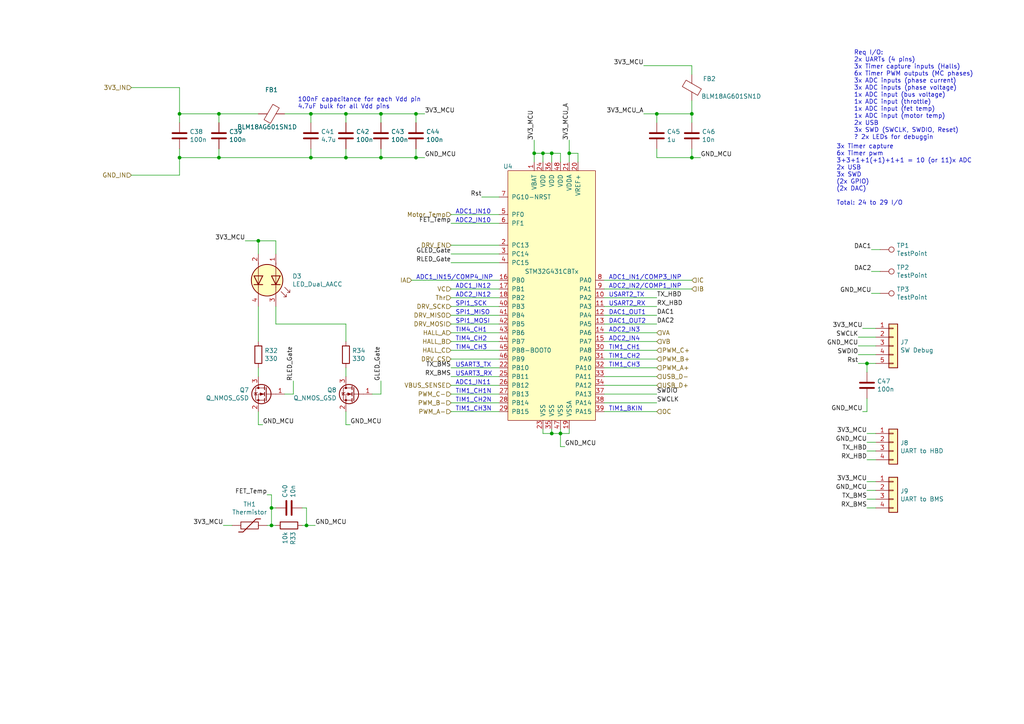
<source format=kicad_sch>
(kicad_sch (version 20230121) (generator eeschema)
  (paper "A4")
  (lib_symbols
    (symbol "Connector:TestPoint" (pin_numbers hide) (pin_names (offset 0.762) hide)
      (property "Reference" "TP" (at 0 6.858 0))
      (property "Value" "TestPoint" (at 0 5.08 0))
      (symbol "TestPoint_0_1"
        (circle (center 0 3.302) (radius 0.762))
      )
      (symbol "TestPoint_1_1"
        (pin passive line (at 0 0 90) (length 2.54) (name "1") (number "1"))
      )
    )
    (symbol "Connector_Generic:Conn_01x04" (pin_names (offset 1.016) hide)
      (property "Reference" "J" (at 0 5.08 0))
      (property "Value" "Conn_01x04" (at 0 -7.62 0))
      (symbol "Conn_01x04_1_1"
        (rectangle (start -1.27 -4.953) (end 0 -5.207) (stroke (width 0.1524)))
        (rectangle (start -1.27 -2.413) (end 0 -2.667) (stroke (width 0.1524)))
        (rectangle (start -1.27 0.127) (end 0 -0.127) (stroke (width 0.1524)))
        (rectangle (start -1.27 2.667) (end 0 2.413) (stroke (width 0.1524)))
        (rectangle (start -1.27 3.81) (end 1.27 -6.35) (stroke (width 0.254)) (fill (type background)))
        (pin passive line (at -5.08 2.54 0) (length 3.81) (name "Pin_1") (number "1"))
        (pin passive line (at -5.08 0 0) (length 3.81) (name "Pin_2") (number "2"))
        (pin passive line (at -5.08 -2.54 0) (length 3.81) (name "Pin_3") (number "3"))
        (pin passive line (at -5.08 -5.08 0) (length 3.81) (name "Pin_4") (number "4"))
      )
    )
    (symbol "Connector_Generic:Conn_01x05" (pin_names (offset 1.016) hide)
      (property "Reference" "J" (at 0 7.62 0))
      (property "Value" "Conn_01x05" (at 0 -7.62 0))
      (symbol "Conn_01x05_1_1"
        (rectangle (start -1.27 -4.953) (end 0 -5.207) (stroke (width 0.1524)))
        (rectangle (start -1.27 -2.413) (end 0 -2.667) (stroke (width 0.1524)))
        (rectangle (start -1.27 0.127) (end 0 -0.127) (stroke (width 0.1524)))
        (rectangle (start -1.27 2.667) (end 0 2.413) (stroke (width 0.1524)))
        (rectangle (start -1.27 5.207) (end 0 4.953) (stroke (width 0.1524)))
        (rectangle (start -1.27 6.35) (end 1.27 -6.35) (stroke (width 0.254)) (fill (type background)))
        (pin passive line (at -5.08 5.08 0) (length 3.81) (name "Pin_1") (number "1"))
        (pin passive line (at -5.08 2.54 0) (length 3.81) (name "Pin_2") (number "2"))
        (pin passive line (at -5.08 0 0) (length 3.81) (name "Pin_3") (number "3"))
        (pin passive line (at -5.08 -2.54 0) (length 3.81) (name "Pin_4") (number "4"))
        (pin passive line (at -5.08 -5.08 0) (length 3.81) (name "Pin_5") (number "5"))
      )
    )
    (symbol "Custom:STM32G431CBTx" (pin_names (offset 1.016))
      (property "Reference" "U" (at -12.7 30.48 0))
      (property "Value" "STM32G431CBTx" (at 17.78 30.48 0))
      (symbol "STM32G431CBTx_0_1"
        (rectangle (start -12.7 29.21) (end 12.7 -43.18) (fill (type background)))
      )
      (symbol "STM32G431CBTx_1_1"
        (pin power_in line (at -5.08 31.75 270) (length 2.54) (name "VBAT") (number "1"))
        (pin bidirectional line (at 15.24 -7.62 180) (length 2.54) (name "PA2") (number "10"))
        (pin bidirectional line (at 15.24 -10.16 180) (length 2.54) (name "PA3") (number "11"))
        (pin bidirectional line (at 15.24 -12.7 180) (length 2.54) (name "PA4") (number "12"))
        (pin bidirectional line (at 15.24 -15.24 180) (length 2.54) (name "PA5") (number "13"))
        (pin bidirectional line (at 15.24 -17.78 180) (length 2.54) (name "PA6") (number "14"))
        (pin bidirectional line (at 15.24 -20.32 180) (length 2.54) (name "PA7") (number "15"))
        (pin bidirectional line (at -15.24 -2.54 0) (length 2.54) (name "PB0") (number "16"))
        (pin bidirectional line (at -15.24 -5.08 0) (length 2.54) (name "PB1") (number "17"))
        (pin bidirectional line (at -15.24 -7.62 0) (length 2.54) (name "PB2") (number "18"))
        (pin power_in line (at 5.08 -45.72 90) (length 2.54) (name "VSSA") (number "19"))
        (pin bidirectional line (at -15.24 7.62 0) (length 2.54) (name "PC13") (number "2"))
        (pin bidirectional line (at 7.62 31.75 270) (length 2.54) (name "VREF+") (number "20"))
        (pin power_in line (at 5.08 31.75 270) (length 2.54) (name "VDDA") (number "21"))
        (pin bidirectional line (at -15.24 -27.94 0) (length 2.54) (name "PB10") (number "22"))
        (pin power_in line (at -2.54 -45.72 90) (length 2.54) (name "VSS") (number "23"))
        (pin power_in line (at -2.54 31.75 270) (length 2.54) (name "VDD") (number "24"))
        (pin bidirectional line (at -15.24 -30.48 0) (length 2.54) (name "PB11") (number "25"))
        (pin bidirectional line (at -15.24 -33.02 0) (length 2.54) (name "PB12") (number "26"))
        (pin bidirectional line (at -15.24 -35.56 0) (length 2.54) (name "PB13") (number "27"))
        (pin bidirectional line (at -15.24 -38.1 0) (length 2.54) (name "PB14") (number "28"))
        (pin bidirectional line (at -15.24 -40.64 0) (length 2.54) (name "PB15") (number "29"))
        (pin bidirectional line (at -15.24 5.08 0) (length 2.54) (name "PC14") (number "3"))
        (pin bidirectional line (at 15.24 -22.86 180) (length 2.54) (name "PA8") (number "30"))
        (pin bidirectional line (at 15.24 -25.4 180) (length 2.54) (name "PA9") (number "31"))
        (pin bidirectional line (at 15.24 -27.94 180) (length 2.54) (name "PA10") (number "32"))
        (pin bidirectional line (at 15.24 -30.48 180) (length 2.54) (name "PA11") (number "33"))
        (pin bidirectional line (at 15.24 -33.02 180) (length 2.54) (name "PA12") (number "34"))
        (pin power_in line (at 0 -45.72 90) (length 2.54) (name "VSS") (number "35"))
        (pin power_in line (at 0 31.75 270) (length 2.54) (name "VDD") (number "36"))
        (pin bidirectional line (at 15.24 -35.56 180) (length 2.54) (name "PA13") (number "37"))
        (pin bidirectional line (at 15.24 -38.1 180) (length 2.54) (name "PA14") (number "38"))
        (pin bidirectional line (at 15.24 -40.64 180) (length 2.54) (name "PA15") (number "39"))
        (pin bidirectional line (at -15.24 2.54 0) (length 2.54) (name "PC15") (number "4"))
        (pin bidirectional line (at -15.24 -10.16 0) (length 2.54) (name "PB3") (number "40"))
        (pin bidirectional line (at -15.24 -12.7 0) (length 2.54) (name "PB4") (number "41"))
        (pin bidirectional line (at -15.24 -15.24 0) (length 2.54) (name "PB5") (number "42"))
        (pin bidirectional line (at -15.24 -17.78 0) (length 2.54) (name "PB6") (number "43"))
        (pin bidirectional line (at -15.24 -20.32 0) (length 2.54) (name "PB7") (number "44"))
        (pin bidirectional line (at -15.24 -22.86 0) (length 2.54) (name "PB8-BOOT0") (number "45"))
        (pin bidirectional line (at -15.24 -25.4 0) (length 2.54) (name "PB9") (number "46"))
        (pin power_in line (at 2.54 -45.72 90) (length 2.54) (name "VSS") (number "47"))
        (pin power_in line (at 2.54 31.75 270) (length 2.54) (name "VDD") (number "48"))
        (pin bidirectional line (at -15.24 16.51 0) (length 2.54) (name "PF0") (number "5"))
        (pin bidirectional line (at -15.24 13.97 0) (length 2.54) (name "PF1") (number "6"))
        (pin bidirectional line (at -15.24 21.59 0) (length 2.54) (name "PG10-NRST") (number "7"))
        (pin bidirectional line (at 15.24 -2.54 180) (length 2.54) (name "PA0") (number "8"))
        (pin bidirectional line (at 15.24 -5.08 180) (length 2.54) (name "PA1") (number "9"))
      )
    )
    (symbol "Device:C" (pin_numbers hide) (pin_names (offset 0.254))
      (property "Reference" "C" (at 0.635 2.54 0))
      (property "Value" "C" (at 0.635 -2.54 0))
      (symbol "C_0_1"
        (polyline (pts (xy -2.032 -0.762) (xy 2.032 -0.762)) (stroke (width 0.508)))
        (polyline (pts (xy -2.032 0.762) (xy 2.032 0.762)) (stroke (width 0.508)))
      )
      (symbol "C_1_1"
        (pin passive line (at 0 3.81 270) (length 2.794) (name "~") (number "1"))
        (pin passive line (at 0 -3.81 90) (length 2.794) (name "~") (number "2"))
      )
    )
    (symbol "Device:FerriteBead" (pin_numbers hide) (pin_names (offset 0))
      (property "Reference" "FB" (at -3.81 0.635 90))
      (property "Value" "FerriteBead" (at 3.81 0 90))
      (symbol "FerriteBead_0_1"
        (polyline (pts (xy 0 -1.27) (xy 0 -1.2192)))
        (polyline (pts (xy 0 1.27) (xy 0 1.2954)))
        (polyline (pts (xy -2.7686 0.4064) (xy -1.7018 2.2606) (xy 2.7686 -0.3048) (xy 1.6764 -2.159) (xy -2.7686 0.4064)))
      )
      (symbol "FerriteBead_1_1"
        (pin passive line (at 0 3.81 270) (length 2.54) (name "~") (number "1"))
        (pin passive line (at 0 -3.81 90) (length 2.54) (name "~") (number "2"))
      )
    )
    (symbol "Device:LED_Dual_AAKK" (pin_names (offset 0) hide)
      (property "Reference" "D" (at 0 5.715 0))
      (property "Value" "LED_Dual_AAKK" (at 0 -6.35 0))
      (symbol "LED_Dual_AAKK_0_1"
        (polyline (pts (xy -5.08 -2.54) (xy 2.032 -2.54)))
        (polyline (pts (xy -5.08 2.54) (xy 2.032 2.54)))
        (polyline (pts (xy 1.27 -1.27) (xy 1.27 -3.81)) (stroke (width 0.254)))
        (polyline (pts (xy 1.27 3.81) (xy 1.27 1.27)) (stroke (width 0.254)))
        (polyline (pts (xy 3.81 -2.54) (xy 1.905 -2.54)))
        (polyline (pts (xy 3.81 2.54) (xy 1.905 2.54)))
        (polyline (pts (xy -1.27 -1.27) (xy -1.27 -3.81) (xy 1.27 -2.54) (xy -1.27 -1.27)) (stroke (width 0.254)))
        (polyline (pts (xy -1.27 3.81) (xy -1.27 1.27) (xy 1.27 2.54) (xy -1.27 3.81)) (stroke (width 0.254)))
        (polyline (pts (xy 2.032 5.08) (xy 3.556 6.604) (xy 2.794 6.604) (xy 3.556 6.604) (xy 3.556 5.842)))
        (polyline (pts (xy 3.302 4.064) (xy 4.826 5.588) (xy 4.064 5.588) (xy 4.826 5.588) (xy 4.826 4.826)))
        (circle (center 0 0) (radius 4.572) (stroke (width 0.254)) (fill (type background)))
      )
      (symbol "LED_Dual_AAKK_1_1"
        (pin input line (at -7.62 2.54 0) (length 3.048) (name "A1") (number "1"))
        (pin input line (at -7.62 -2.54 0) (length 3.048) (name "A2") (number "2"))
        (pin input line (at 7.62 2.54 180) (length 3.81) (name "K1") (number "3"))
        (pin input line (at 7.62 -2.54 180) (length 3.81) (name "K2") (number "4"))
      )
    )
    (symbol "Device:Q_NMOS_GSD" (pin_names (offset 0) hide)
      (property "Reference" "Q" (at 5.08 1.27 0))
      (property "Value" "Q_NMOS_GSD" (at 5.08 -1.27 0))
      (symbol "Q_NMOS_GSD_0_1"
        (polyline (pts (xy 0.254 0) (xy -2.54 0)))
        (polyline (pts (xy 0.254 1.905) (xy 0.254 -1.905)) (stroke (width 0.254)))
        (polyline (pts (xy 0.762 -1.27) (xy 0.762 -2.286)) (stroke (width 0.254)))
        (polyline (pts (xy 0.762 0.508) (xy 0.762 -0.508)) (stroke (width 0.254)))
        (polyline (pts (xy 0.762 2.286) (xy 0.762 1.27)) (stroke (width 0.254)))
        (polyline (pts (xy 2.54 2.54) (xy 2.54 1.778)))
        (polyline (pts (xy 2.54 -2.54) (xy 2.54 0) (xy 0.762 0)))
        (polyline (pts (xy 0.762 -1.778) (xy 3.302 -1.778) (xy 3.302 1.778) (xy 0.762 1.778)))
        (polyline (pts (xy 1.016 0) (xy 2.032 0.381) (xy 2.032 -0.381) (xy 1.016 0)) (fill (type outline)))
        (polyline (pts (xy 2.794 0.508) (xy 2.921 0.381) (xy 3.683 0.381) (xy 3.81 0.254)))
        (polyline (pts (xy 3.302 0.381) (xy 2.921 -0.254) (xy 3.683 -0.254) (xy 3.302 0.381)))
        (circle (center 1.651 0) (radius 2.794) (stroke (width 0.254)))
        (circle (center 2.54 -1.778) (radius 0.254) (fill (type outline)))
        (circle (center 2.54 1.778) (radius 0.254) (fill (type outline)))
      )
      (symbol "Q_NMOS_GSD_1_1"
        (pin input line (at -5.08 0 0) (length 2.54) (name "G") (number "1"))
        (pin passive line (at 2.54 -5.08 90) (length 2.54) (name "S") (number "2"))
        (pin passive line (at 2.54 5.08 270) (length 2.54) (name "D") (number "3"))
      )
    )
    (symbol "Device:R" (pin_numbers hide) (pin_names (offset 0))
      (property "Reference" "R" (at 2.032 0 90))
      (property "Value" "R" (at 0 0 90))
      (symbol "R_0_1"
        (rectangle (start -1.016 -2.54) (end 1.016 2.54) (stroke (width 0.254)))
      )
      (symbol "R_1_1"
        (pin passive line (at 0 3.81 270) (length 1.27) (name "~") (number "1"))
        (pin passive line (at 0 -3.81 90) (length 1.27) (name "~") (number "2"))
      )
    )
    (symbol "Device:Thermistor" (pin_numbers hide) (pin_names (offset 0))
      (property "Reference" "TH" (at 2.54 1.27 90))
      (property "Value" "Thermistor" (at -2.54 0 90))
      (symbol "Thermistor_0_1"
        (rectangle (start -1.016 2.54) (end 1.016 -2.54) (stroke (width 0.2032)))
        (polyline (pts (xy -1.905 3.175) (xy -1.905 1.905) (xy 1.905 -1.905) (xy 1.905 -3.175) (xy 1.905 -3.175)) (stroke (width 0.254)))
      )
      (symbol "Thermistor_1_1"
        (pin passive line (at 0 5.08 270) (length 2.54) (name "~") (number "1"))
        (pin passive line (at 0 -5.08 90) (length 2.54) (name "~") (number "2"))
      )
    )
  )
  (junction (at 74.93 69.85))
  (junction (at 160.02 44.45))
  (junction (at 100.33 33.02))
  (junction (at 165.1 44.45))
  (junction (at 63.5 33.02))
  (junction (at 63.5 45.72))
  (junction (at 120.65 45.72))
  (junction (at 200.66 45.72))
  (junction (at 120.65 33.02))
  (junction (at 100.33 45.72))
  (junction (at 110.49 33.02))
  (junction (at 200.66 33.02))
  (junction (at 78.74 147.32))
  (junction (at 162.56 125.73))
  (junction (at 78.74 152.4))
  (junction (at 160.02 125.73))
  (junction (at 88.9 152.4))
  (junction (at 157.48 44.45))
  (junction (at 154.94 44.45))
  (junction (at 90.17 33.02))
  (junction (at 110.49 45.72))
  (junction (at 52.07 45.72))
  (junction (at 52.07 33.02))
  (junction (at 90.17 45.72))
  (junction (at 251.46 105.41))
  (junction (at 190.5 33.02))
  (wire (pts (xy 120.65 45.72) (xy 120.65 43.18)))
  (wire (pts (xy 130.81 76.2) (xy 144.78 76.2)))
  (wire (pts (xy 88.9 147.32) (xy 88.9 152.4)))
  (wire (pts (xy 251.46 105.41) (xy 254 105.41)))
  (wire (pts (xy 90.17 33.02) (xy 100.33 33.02)))
  (wire (pts (xy 190.5 109.22) (xy 175.26 109.22)))
  (wire (pts (xy 130.81 119.38) (xy 144.78 119.38)))
  (wire (pts (xy 130.81 101.6) (xy 144.78 101.6)))
  (wire (pts (xy 52.07 43.18) (xy 52.07 45.72)))
  (wire (pts (xy 130.81 104.14) (xy 144.78 104.14)))
  (wire (pts (xy 100.33 45.72) (xy 110.49 45.72)))
  (wire (pts (xy 74.93 106.68) (xy 74.93 109.22)))
  (wire (pts (xy 88.9 152.4) (xy 87.63 152.4)))
  (wire (pts (xy 248.92 97.79) (xy 254 97.79)))
  (wire (pts (xy 78.74 152.4) (xy 80.01 152.4)))
  (wire (pts (xy 130.81 106.68) (xy 144.78 106.68)))
  (wire (pts (xy 251.46 128.27) (xy 254 128.27)))
  (wire (pts (xy 80.01 73.66) (xy 80.01 69.85)))
  (wire (pts (xy 200.66 45.72) (xy 200.66 43.18)))
  (wire (pts (xy 162.56 125.73) (xy 162.56 124.46)))
  (wire (pts (xy 123.19 33.02) (xy 120.65 33.02)))
  (wire (pts (xy 71.12 69.85) (xy 74.93 69.85)))
  (wire (pts (xy 90.17 35.56) (xy 90.17 33.02)))
  (wire (pts (xy 175.26 99.06) (xy 190.5 99.06)))
  (wire (pts (xy 200.66 81.28) (xy 175.26 81.28)))
  (wire (pts (xy 163.83 129.54) (xy 162.56 129.54)))
  (wire (pts (xy 251.46 139.7) (xy 254 139.7)))
  (wire (pts (xy 78.74 143.51) (xy 78.74 147.32)))
  (wire (pts (xy 157.48 44.45) (xy 160.02 44.45)))
  (wire (pts (xy 250.19 119.38) (xy 251.46 119.38)))
  (wire (pts (xy 87.63 147.32) (xy 88.9 147.32)))
  (wire (pts (xy 175.26 86.36) (xy 190.5 86.36)))
  (wire (pts (xy 186.69 19.05) (xy 200.66 19.05)))
  (wire (pts (xy 76.2 123.19) (xy 74.93 123.19)))
  (wire (pts (xy 165.1 44.45) (xy 167.64 44.45)))
  (wire (pts (xy 52.07 45.72) (xy 63.5 45.72)))
  (wire (pts (xy 251.46 125.73) (xy 254 125.73)))
  (wire (pts (xy 130.81 99.06) (xy 144.78 99.06)))
  (wire (pts (xy 130.81 111.76) (xy 144.78 111.76)))
  (wire (pts (xy 80.01 147.32) (xy 78.74 147.32)))
  (wire (pts (xy 165.1 125.73) (xy 165.1 124.46)))
  (wire (pts (xy 252.73 72.39) (xy 255.27 72.39)))
  (wire (pts (xy 82.55 33.02) (xy 90.17 33.02)))
  (wire (pts (xy 175.26 114.3) (xy 190.5 114.3)))
  (wire (pts (xy 154.94 44.45) (xy 154.94 46.99)))
  (wire (pts (xy 251.46 115.57) (xy 251.46 119.38)))
  (wire (pts (xy 110.49 35.56) (xy 110.49 33.02)))
  (wire (pts (xy 251.46 144.78) (xy 254 144.78)))
  (wire (pts (xy 162.56 44.45) (xy 162.56 46.99)))
  (wire (pts (xy 162.56 125.73) (xy 162.56 129.54)))
  (wire (pts (xy 63.5 45.72) (xy 63.5 43.18)))
  (wire (pts (xy 251.46 142.24) (xy 254 142.24)))
  (wire (pts (xy 110.49 33.02) (xy 120.65 33.02)))
  (wire (pts (xy 251.46 147.32) (xy 254 147.32)))
  (wire (pts (xy 119.38 81.28) (xy 144.78 81.28)))
  (wire (pts (xy 130.81 114.3) (xy 144.78 114.3)))
  (wire (pts (xy 130.81 64.77) (xy 144.78 64.77)))
  (wire (pts (xy 100.33 33.02) (xy 110.49 33.02)))
  (wire (pts (xy 186.69 33.02) (xy 190.5 33.02)))
  (wire (pts (xy 110.49 45.72) (xy 120.65 45.72)))
  (wire (pts (xy 160.02 125.73) (xy 160.02 124.46)))
  (wire (pts (xy 144.78 116.84) (xy 130.81 116.84)))
  (wire (pts (xy 251.46 133.35) (xy 254 133.35)))
  (wire (pts (xy 80.01 88.9) (xy 80.01 93.98)))
  (wire (pts (xy 175.26 101.6) (xy 190.5 101.6)))
  (wire (pts (xy 154.94 44.45) (xy 157.48 44.45)))
  (wire (pts (xy 190.5 119.38) (xy 175.26 119.38)))
  (wire (pts (xy 252.73 78.74) (xy 255.27 78.74)))
  (wire (pts (xy 77.47 152.4) (xy 78.74 152.4)))
  (wire (pts (xy 80.01 69.85) (xy 74.93 69.85)))
  (wire (pts (xy 190.5 96.52) (xy 175.26 96.52)))
  (wire (pts (xy 248.92 100.33) (xy 254 100.33)))
  (wire (pts (xy 120.65 35.56) (xy 120.65 33.02)))
  (wire (pts (xy 74.93 69.85) (xy 74.93 73.66)))
  (wire (pts (xy 160.02 125.73) (xy 157.48 125.73)))
  (wire (pts (xy 107.95 114.3) (xy 110.49 114.3)))
  (wire (pts (xy 77.47 143.51) (xy 78.74 143.51)))
  (wire (pts (xy 74.93 88.9) (xy 74.93 99.06)))
  (wire (pts (xy 100.33 45.72) (xy 100.33 43.18)))
  (wire (pts (xy 80.01 93.98) (xy 100.33 93.98)))
  (wire (pts (xy 200.66 19.05) (xy 200.66 21.59)))
  (wire (pts (xy 100.33 119.38) (xy 100.33 123.19)))
  (wire (pts (xy 200.66 45.72) (xy 190.5 45.72)))
  (wire (pts (xy 63.5 45.72) (xy 90.17 45.72)))
  (wire (pts (xy 82.55 114.3) (xy 85.09 114.3)))
  (wire (pts (xy 101.6 123.19) (xy 100.33 123.19)))
  (wire (pts (xy 190.5 104.14) (xy 175.26 104.14)))
  (wire (pts (xy 190.5 106.68) (xy 175.26 106.68)))
  (wire (pts (xy 144.78 57.15) (xy 139.7 57.15)))
  (wire (pts (xy 162.56 125.73) (xy 160.02 125.73)))
  (wire (pts (xy 200.66 29.21) (xy 200.66 33.02)))
  (wire (pts (xy 203.2 45.72) (xy 200.66 45.72)))
  (wire (pts (xy 190.5 93.98) (xy 175.26 93.98)))
  (wire (pts (xy 110.49 45.72) (xy 110.49 43.18)))
  (wire (pts (xy 162.56 125.73) (xy 165.1 125.73)))
  (wire (pts (xy 85.09 114.3) (xy 85.09 110.49)))
  (wire (pts (xy 190.5 45.72) (xy 190.5 43.18)))
  (wire (pts (xy 130.81 73.66) (xy 144.78 73.66)))
  (wire (pts (xy 251.46 130.81) (xy 254 130.81)))
  (wire (pts (xy 190.5 33.02) (xy 190.5 35.56)))
  (wire (pts (xy 190.5 116.84) (xy 175.26 116.84)))
  (wire (pts (xy 74.93 119.38) (xy 74.93 123.19)))
  (wire (pts (xy 190.5 33.02) (xy 200.66 33.02)))
  (wire (pts (xy 110.49 114.3) (xy 110.49 110.49)))
  (wire (pts (xy 100.33 35.56) (xy 100.33 33.02)))
  (wire (pts (xy 52.07 33.02) (xy 52.07 35.56)))
  (wire (pts (xy 190.5 88.9) (xy 175.26 88.9)))
  (wire (pts (xy 91.44 152.4) (xy 88.9 152.4)))
  (wire (pts (xy 52.07 33.02) (xy 63.5 33.02)))
  (wire (pts (xy 130.81 86.36) (xy 144.78 86.36)))
  (wire (pts (xy 63.5 35.56) (xy 63.5 33.02)))
  (wire (pts (xy 165.1 40.64) (xy 165.1 44.45)))
  (wire (pts (xy 38.1 50.8) (xy 52.07 50.8)))
  (wire (pts (xy 63.5 33.02) (xy 74.93 33.02)))
  (wire (pts (xy 248.92 105.41) (xy 251.46 105.41)))
  (wire (pts (xy 144.78 83.82) (xy 130.81 83.82)))
  (wire (pts (xy 167.64 44.45) (xy 167.64 46.99)))
  (wire (pts (xy 200.66 83.82) (xy 175.26 83.82)))
  (wire (pts (xy 90.17 45.72) (xy 100.33 45.72)))
  (wire (pts (xy 67.31 152.4) (xy 64.77 152.4)))
  (wire (pts (xy 165.1 44.45) (xy 165.1 46.99)))
  (wire (pts (xy 160.02 44.45) (xy 162.56 44.45)))
  (wire (pts (xy 123.19 45.72) (xy 120.65 45.72)))
  (wire (pts (xy 90.17 43.18) (xy 90.17 45.72)))
  (wire (pts (xy 250.19 95.25) (xy 254 95.25)))
  (wire (pts (xy 130.81 93.98) (xy 144.78 93.98)))
  (wire (pts (xy 100.33 93.98) (xy 100.33 99.06)))
  (wire (pts (xy 130.81 96.52) (xy 144.78 96.52)))
  (wire (pts (xy 175.26 91.44) (xy 190.5 91.44)))
  (wire (pts (xy 248.92 102.87) (xy 254 102.87)))
  (wire (pts (xy 130.81 109.22) (xy 144.78 109.22)))
  (wire (pts (xy 38.1 25.4) (xy 52.07 25.4)))
  (wire (pts (xy 144.78 62.23) (xy 130.81 62.23)))
  (wire (pts (xy 78.74 147.32) (xy 78.74 152.4)))
  (wire (pts (xy 52.07 25.4) (xy 52.07 33.02)))
  (wire (pts (xy 100.33 106.68) (xy 100.33 109.22)))
  (wire (pts (xy 157.48 125.73) (xy 157.48 124.46)))
  (wire (pts (xy 251.46 105.41) (xy 251.46 107.95)))
  (wire (pts (xy 200.66 33.02) (xy 200.66 35.56)))
  (wire (pts (xy 130.81 91.44) (xy 144.78 91.44)))
  (wire (pts (xy 130.81 88.9) (xy 144.78 88.9)))
  (wire (pts (xy 175.26 111.76) (xy 190.5 111.76)))
  (wire (pts (xy 154.94 40.64) (xy 154.94 44.45)))
  (wire (pts (xy 160.02 44.45) (xy 160.02 46.99)))
  (wire (pts (xy 52.07 50.8) (xy 52.07 45.72)))
  (wire (pts (xy 252.73 85.09) (xy 255.27 85.09)))
  (wire (pts (xy 157.48 44.45) (xy 157.48 46.99)))
  (wire (pts (xy 130.81 71.12) (xy 144.78 71.12)))
  (text "ADC1_IN11" (at 132.08 111.76 0) (effects (font (size 1.27 1.27)) (justify left bottom)))
  (text "TIM1_CH3N" (at 132.08 119.38 0) (effects (font (size 1.27 1.27)) (justify left bottom)))
  (text "Req I/O:\n2x UARTs (4 pins)\n3x Timer capture inputs (Halls)\n6x Timer PWM outputs (MC phases)\n3x ADC inputs (phase current)\n3x ADC inputs (phase voltage)\n1x ADC input (bus voltage)\n1x ADC input (throttle)\n1x ADC input (fet temp)\n1x ADC input (motor temp)\n2x USB\n3x SWD (SWCLK, SWDIO, Reset)\n? 2x LEDs for debuggin" (at 247.65 40.64 0) (effects (font (size 1.27 1.27)) (justify left bottom)))
  (text "DAC1_OUT2" (at 176.53 93.98 0) (effects (font (size 1.27 1.27)) (justify left bottom)))
  (text "TIM4_CH2" (at 132.08 99.06 0) (effects (font (size 1.27 1.27)) (justify left bottom)))
  (text "USART3_RX" (at 132.08 109.22 0) (effects (font (size 1.27 1.27)) (justify left bottom)))
  (text "SPI1_MOSI" (at 132.08 93.98 0) (effects (font (size 1.27 1.27)) (justify left bottom)))
  (text "ADC1_IN10" (at 132.08 62.23 0) (effects (font (size 1.27 1.27)) (justify left bottom)))
  (text "DAC1_OUT1" (at 176.53 91.44 0) (effects (font (size 1.27 1.27)) (justify left bottom)))
  (text "ADC2_IN3" (at 176.53 96.52 0) (effects (font (size 1.27 1.27)) (justify left bottom)))
  (text "ADC2_IN4" (at 176.53 99.06 0) (effects (font (size 1.27 1.27)) (justify left bottom)))
  (text "TIM1_CH2" (at 176.53 104.14 0) (effects (font (size 1.27 1.27)) (justify left bottom)))
  (text "SPI1_SCK" (at 132.08 88.9 0) (effects (font (size 1.27 1.27)) (justify left bottom)))
  (text "TIM1_CH2N" (at 132.08 116.84 0) (effects (font (size 1.27 1.27)) (justify left bottom)))
  (text "ADC2_IN12" (at 132.08 86.36 0) (effects (font (size 1.27 1.27)) (justify left bottom)))
  (text "ADC1_IN1/COMP3_INP" (at 176.53 81.28 0) (effects (font (size 1.27 1.27)) (justify left bottom)))
  (text "TIM4_CH3" (at 132.08 101.6 0) (effects (font (size 1.27 1.27)) (justify left bottom)))
  (text "100nF capacitance for each Vdd pin\n4.7uF bulk for all Vdd pins" (at 86.36 31.75 0) (effects (font (size 1.27 1.27)) (justify left bottom)))
  (text "USART2_TX" (at 176.53 86.36 0) (effects (font (size 1.27 1.27)) (justify left bottom)))
  (text "ADC1_IN15/COMP4_INP" (at 120.65 81.28 0) (effects (font (size 1.27 1.27)) (justify left bottom)))
  (text "TIM4_CH1" (at 132.08 96.52 0) (effects (font (size 1.27 1.27)) (justify left bottom)))
  (text "TIM1_CH3" (at 176.53 106.68 0) (effects (font (size 1.27 1.27)) (justify left bottom)))
  (text "USART3_TX" (at 132.08 106.68 0) (effects (font (size 1.27 1.27)) (justify left bottom)))
  (text "ADC1_IN12" (at 132.08 83.82 0) (effects (font (size 1.27 1.27)) (justify left bottom)))
  (text "TIM1_CH1N" (at 132.08 114.3 0) (effects (font (size 1.27 1.27)) (justify left bottom)))
  (text "3x Timer capture\n6x Timer pwm\n3+3+1+1(+1)+1+1 = 10 (or 11)x ADC\n2x USB\n3x SWD\n(2x GPIO)\n(2x DAC)\n\nTotal: 24 to 29 I/O" (at 242.57 59.69 0) (effects (font (size 1.27 1.27)) (justify left bottom)))
  (text "ADC2_IN2/COMP1_INP" (at 176.53 83.82 0) (effects (font (size 1.27 1.27)) (justify left bottom)))
  (text "TIM1_CH1" (at 176.53 101.6 0) (effects (font (size 1.27 1.27)) (justify left bottom)))
  (text "USART2_RX" (at 176.53 88.9 0) (effects (font (size 1.27 1.27)) (justify left bottom)))
  (text "SPI1_MISO" (at 132.08 91.44 0) (effects (font (size 1.27 1.27)) (justify left bottom)))
  (text "TIM1_BKIN" (at 176.53 119.38 0) (effects (font (size 1.27 1.27)) (justify left bottom)))
  (text "ADC2_IN10" (at 132.08 64.77 0) (effects (font (size 1.27 1.27)) (justify left bottom)))
  (label "RX_HBD" (at 190.5 88.9 0))
  (label "GND_MCU" (at 252.73 85.09 180))
  (label "3V3_MCU" (at 154.94 40.64 90))
  (label "GND_MCU" (at 250.19 119.38 180))
  (label "Rst" (at 248.92 105.41 180))
  (label "SWCLK" (at 190.5 116.84 0))
  (label "TX_BMS" (at 130.81 106.68 180))
  (label "DAC2" (at 252.73 78.74 180))
  (label "RLED_Gate" (at 130.81 76.2 180))
  (label "FET_Temp" (at 77.47 143.51 180))
  (label "3V3_MCU" (at 123.19 33.02 0))
  (label "GND_MCU" (at 91.44 152.4 0))
  (label "3V3_MCU" (at 71.12 69.85 180))
  (label "3V3_MCU" (at 251.46 125.73 180))
  (label "DAC2" (at 190.5 93.98 0))
  (label "GND_MCU" (at 163.83 129.54 0))
  (label "SWDIO" (at 248.92 102.87 180))
  (label "RX_HBD" (at 251.46 133.35 180))
  (label "RX_BMS" (at 251.46 147.32 180))
  (label "TX_BMS" (at 251.46 144.78 180))
  (label "3V3_MCU" (at 64.77 152.4 180))
  (label "GND_MCU" (at 123.19 45.72 0))
  (label "DAC1" (at 190.5 91.44 0))
  (label "TX_HBD" (at 190.5 86.36 0))
  (label "GND_MCU" (at 248.92 100.33 180))
  (label "FET_Temp" (at 130.81 64.77 180))
  (label "GLED_Gate" (at 130.81 73.66 180))
  (label "GND_MCU" (at 203.2 45.72 0))
  (label "RLED_Gate" (at 85.09 110.49 90))
  (label "TX_HBD" (at 251.46 130.81 180))
  (label "3V3_MCU" (at 186.69 19.05 180))
  (label "GND_MCU" (at 76.2 123.19 0))
  (label "GND_MCU" (at 251.46 128.27 180))
  (label "GLED_Gate" (at 110.49 110.49 90))
  (label "GND_MCU" (at 101.6 123.19 0))
  (label "3V3_MCU" (at 251.46 139.7 180))
  (label "3V3_MCU_A" (at 186.69 33.02 180))
  (label "Rst" (at 139.7 57.15 180))
  (label "DAC1" (at 252.73 72.39 180))
  (label "GND_MCU" (at 251.46 142.24 180))
  (label "RX_BMS" (at 130.81 109.22 180))
  (label "3V3_MCU_A" (at 165.1 40.64 90))
  (label "SWCLK" (at 248.92 97.79 180))
  (label "SWDIO" (at 190.5 114.3 0))
  (label "3V3_MCU" (at 250.19 95.25 180))
  (hierarchical_label "PWM_B-" (shape input) (at 130.81 116.84 180))
  (hierarchical_label "HALL_B" (shape input) (at 130.81 99.06 180))
  (hierarchical_label "IB" (shape input) (at 200.66 83.82 0))
  (hierarchical_label "HALL_C" (shape input) (at 130.81 101.6 180))
  (hierarchical_label "VC" (shape input) (at 130.81 83.82 180))
  (hierarchical_label "VA" (shape input) (at 190.5 96.52 0))
  (hierarchical_label "DRV_MOSI" (shape input) (at 130.81 93.98 180))
  (hierarchical_label "VB" (shape input) (at 190.5 99.06 0))
  (hierarchical_label "OC" (shape input) (at 190.5 119.38 0))
  (hierarchical_label "PWM_C-" (shape input) (at 130.81 114.3 180))
  (hierarchical_label "USB_D-" (shape input) (at 190.5 109.22 0))
  (hierarchical_label "VBUS_SENSE" (shape input) (at 130.81 111.76 180))
  (hierarchical_label "PWM_A+" (shape input) (at 190.5 106.68 0))
  (hierarchical_label "DRV_MISO" (shape input) (at 130.81 91.44 180))
  (hierarchical_label "Thr" (shape input) (at 130.81 86.36 180))
  (hierarchical_label "DRV_EN" (shape input) (at 130.81 71.12 180))
  (hierarchical_label "Motor_Temp" (shape input) (at 130.81 62.23 180))
  (hierarchical_label "GND_IN" (shape input) (at 38.1 50.8 180))
  (hierarchical_label "IC" (shape input) (at 200.66 81.28 0))
  (hierarchical_label "USB_D+" (shape input) (at 190.5 111.76 0))
  (hierarchical_label "PWM_B+" (shape input) (at 190.5 104.14 0))
  (hierarchical_label "IA" (shape input) (at 119.38 81.28 180))
  (hierarchical_label "PWM_A-" (shape input) (at 130.81 119.38 180))
  (hierarchical_label "DRV_CS" (shape input) (at 130.81 104.14 180))
  (hierarchical_label "HALL_A" (shape input) (at 130.81 96.52 180))
  (hierarchical_label "DRV_SCK" (shape input) (at 130.81 88.9 180))
  (hierarchical_label "3V3_IN" (shape input) (at 38.1 25.4 180))
  (hierarchical_label "PWM_C+" (shape input) (at 190.5 101.6 0))
  (symbol (lib_id "Device:FerriteBead") (at 78.74 33.02 270) (unit 1)
    (property "Reference" "FB1" (at 78.74 26.0604 90))
    (property "Value" "BLM18AG601SN1D" (at 77.47 36.83 90))
    (property "Footprint" "Resistor_SMD:R_0603_1608Metric" (effects hide))
  )
  (symbol (lib_id "Device:C") (at 52.07 39.37 0) (unit 1)
    (property "Reference" "C38" (at 54.991 38.2016 0) (effects (justify left)))
    (property "Value" "100n" (at 54.991 40.513 0) (effects (justify left)))
    (property "Footprint" "Capacitor_SMD:C_0603_1608Metric" (effects hide))
  )
  (symbol (lib_id "Device:C") (at 63.5 39.37 0) (unit 1)
    (property "Reference" "C39" (at 66.421 38.2016 0) (effects (justify left)))
    (property "Value" "100n" (at 66.421 40.513 0) (effects (justify left)))
    (property "Footprint" "Capacitor_SMD:C_0603_1608Metric" (effects hide))
  )
  (symbol (lib_id "Device:C") (at 100.33 39.37 0) (unit 1)
    (property "Reference" "C42" (at 103.251 38.2016 0) (effects (justify left)))
    (property "Value" "100n" (at 103.251 40.513 0) (effects (justify left)))
    (property "Footprint" "Capacitor_SMD:C_0603_1608Metric" (effects hide))
  )
  (symbol (lib_id "Device:C") (at 110.49 39.37 0) (unit 1)
    (property "Reference" "C43" (at 113.411 38.2016 0) (effects (justify left)))
    (property "Value" "100n" (at 113.411 40.513 0) (effects (justify left)))
    (property "Footprint" "Capacitor_SMD:C_0603_1608Metric" (effects hide))
  )
  (symbol (lib_id "Device:C") (at 120.65 39.37 0) (unit 1)
    (property "Reference" "C44" (at 123.571 38.2016 0) (effects (justify left)))
    (property "Value" "100n" (at 123.571 40.513 0) (effects (justify left)))
    (property "Footprint" "Capacitor_SMD:C_0603_1608Metric" (effects hide))
  )
  (symbol (lib_id "Device:C") (at 90.17 39.37 0) (unit 1)
    (property "Reference" "C41" (at 93.091 38.2016 0) (effects (justify left)))
    (property "Value" "4.7u" (at 93.091 40.513 0) (effects (justify left)))
    (property "Footprint" "Capacitor_SMD:C_0603_1608Metric" (effects hide))
  )
  (symbol (lib_id "Custom:STM32G431CBTx") (at 160.02 78.74 0) (unit 1)
    (property "Reference" "U4" (at 147.32 48.26 0))
    (property "Value" "STM32G431CBTx" (at 160.02 78.74 0))
    (property "Footprint" "Package_QFP:LQFP-48_7x7mm_P0.5mm" (effects hide))
  )
  (symbol (lib_id "Device:C") (at 190.5 39.37 0) (unit 1)
    (property "Reference" "C45" (at 193.421 38.2016 0) (effects (justify left)))
    (property "Value" "1u" (at 193.421 40.513 0) (effects (justify left)))
    (property "Footprint" "Capacitor_SMD:C_0603_1608Metric" (effects hide))
  )
  (symbol (lib_id "Device:C") (at 200.66 39.37 0) (unit 1)
    (property "Reference" "C46" (at 203.581 38.2016 0) (effects (justify left)))
    (property "Value" "10n" (at 203.581 40.513 0) (effects (justify left)))
    (property "Footprint" "Capacitor_SMD:C_0603_1608Metric" (effects hide))
  )
  (symbol (lib_id "Connector:TestPoint") (at 255.27 72.39 270) (unit 1)
    (property "Reference" "TP1" (at 260.0452 71.2216 90) (effects (justify left)))
    (property "Value" "TestPoint" (at 260.0452 73.533 90) (effects (justify left)))
    (property "Footprint" "Connector_PinHeader_1.00mm:PinHeader_1x01_P1.00mm_Vertical" (effects hide))
  )
  (symbol (lib_id "Connector:TestPoint") (at 255.27 78.74 270) (unit 1)
    (property "Reference" "TP2" (at 260.0452 77.5716 90) (effects (justify left)))
    (property "Value" "TestPoint" (at 260.0452 79.883 90) (effects (justify left)))
    (property "Footprint" "Connector_PinHeader_1.00mm:PinHeader_1x01_P1.00mm_Vertical" (effects hide))
  )
  (symbol (lib_id "Connector_Generic:Conn_01x05") (at 259.08 100.33 0) (unit 1)
    (property "Reference" "J7" (at 261.112 99.2632 0) (effects (justify left)))
    (property "Value" "SW Debug" (at 261.112 101.5746 0) (effects (justify left)))
    (property "Footprint" "Connector_JST:JST_SH_SM05B-SRSS-TB_1x05-1MP_P1.00mm_Horizontal" (effects hide))
  )
  (symbol (lib_id "Device:C") (at 251.46 111.76 0) (unit 1)
    (property "Reference" "C47" (at 254.381 110.5916 0) (effects (justify left)))
    (property "Value" "100n" (at 254.381 112.903 0) (effects (justify left)))
    (property "Footprint" "Capacitor_SMD:C_0603_1608Metric" (effects hide))
  )
  (symbol (lib_id "Connector_Generic:Conn_01x04") (at 259.08 128.27 0) (unit 1)
    (property "Reference" "J8" (at 261.112 128.4732 0) (effects (justify left)))
    (property "Value" "UART to HBD" (at 261.112 130.7846 0) (effects (justify left)))
    (property "Footprint" "Connector_JST:JST_XH_B4B-XH-A_1x04_P2.50mm_Vertical" (effects hide))
  )
  (symbol (lib_id "Connector_Generic:Conn_01x04") (at 259.08 142.24 0) (unit 1)
    (property "Reference" "J9" (at 261.112 142.4432 0) (effects (justify left)))
    (property "Value" "UART to BMS" (at 261.112 144.7546 0) (effects (justify left)))
    (property "Footprint" "Connector_JST:JST_XH_B4B-XH-A_1x04_P2.50mm_Vertical" (effects hide))
  )
  (symbol (lib_id "Device:FerriteBead") (at 200.66 25.4 180) (unit 1)
    (property "Reference" "FB2" (at 205.74 22.86 0))
    (property "Value" "BLM18AG601SN1D" (at 212.09 27.94 0))
    (property "Footprint" "Resistor_SMD:R_0603_1608Metric" (effects hide))
  )
  (symbol (lib_id "Device:LED_Dual_AAKK") (at 77.47 81.28 270) (unit 1)
    (property "Reference" "D3" (at 84.7852 80.1116 90) (effects (justify left)))
    (property "Value" "LED_Dual_AACC" (at 84.7852 82.423 90) (effects (justify left)))
    (property "Footprint" "LED_SMD:LED_RGB_1210" (effects hide))
  )
  (symbol (lib_id "Device:R") (at 74.93 102.87 0) (unit 1)
    (property "Reference" "R32" (at 76.708 101.7016 0) (effects (justify left)))
    (property "Value" "330" (at 76.708 104.013 0) (effects (justify left)))
    (property "Footprint" "Resistor_SMD:R_0603_1608Metric" (effects hide))
  )
  (symbol (lib_id "Device:R") (at 100.33 102.87 0) (unit 1)
    (property "Reference" "R34" (at 102.108 101.7016 0) (effects (justify left)))
    (property "Value" "330" (at 102.108 104.013 0) (effects (justify left)))
    (property "Footprint" "Resistor_SMD:R_0603_1608Metric" (effects hide))
  )
  (symbol (lib_id "Device:R") (at 83.82 152.4 270) (unit 1)
    (property "Reference" "R33" (at 84.9884 154.178 0) (effects (justify left)))
    (property "Value" "10k" (at 82.677 154.178 0) (effects (justify left)))
    (property "Footprint" "Resistor_SMD:R_0603_1608Metric" (effects hide))
  )
  (symbol (lib_id "Device:C") (at 83.82 147.32 90) (unit 1)
    (property "Reference" "C40" (at 82.6516 144.399 0) (effects (justify left)))
    (property "Value" "10n" (at 84.963 144.399 0) (effects (justify left)))
    (property "Footprint" "Capacitor_SMD:C_0603_1608Metric" (effects hide))
  )
  (symbol (lib_id "Device:Thermistor") (at 72.39 152.4 270) (unit 1)
    (property "Reference" "TH1" (at 72.39 146.2532 90))
    (property "Value" "Thermistor" (at 72.39 148.5646 90))
    (property "Footprint" "Resistor_SMD:R_0603_1608Metric" (effects hide))
  )
  (symbol (lib_id "Connector:TestPoint") (at 255.27 85.09 270) (unit 1)
    (property "Reference" "TP3" (at 260.0452 83.9216 90) (effects (justify left)))
    (property "Value" "TestPoint" (at 260.0452 86.233 90) (effects (justify left)))
    (property "Footprint" "Connector_PinHeader_1.00mm:PinHeader_1x01_P1.00mm_Vertical" (effects hide))
  )
  (symbol (lib_id "Device:Q_NMOS_GSD") (at 77.47 114.3 0) (mirror y) (unit 1)
    (property "Reference" "Q7" (at 72.2376 113.1316 0) (effects (justify left)))
    (property "Value" "Q_NMOS_GSD" (at 72.2376 115.443 0) (effects (justify left)))
    (property "Footprint" "Package_TO_SOT_SMD:SOT-23" (effects hide))
  )
  (symbol (lib_id "Device:Q_NMOS_GSD") (at 102.87 114.3 0) (mirror y) (unit 1)
    (property "Reference" "Q8" (at 97.6376 113.1316 0) (effects (justify left)))
    (property "Value" "Q_NMOS_GSD" (at 97.6376 115.443 0) (effects (justify left)))
    (property "Footprint" "Package_TO_SOT_SMD:SOT-23" (effects hide))
  )
)
</source>
